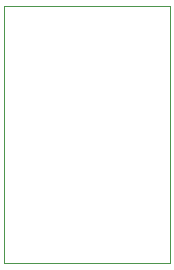
<source format=gbr>
G04 #@! TF.GenerationSoftware,KiCad,Pcbnew,(5.1.0-0)*
G04 #@! TF.CreationDate,2019-08-08T23:34:54-04:00*
G04 #@! TF.ProjectId,Dell Optiplex Front Panel LED Indicator Adapter,44656c6c-204f-4707-9469-706c65782046,rev?*
G04 #@! TF.SameCoordinates,Original*
G04 #@! TF.FileFunction,Profile,NP*
%FSLAX46Y46*%
G04 Gerber Fmt 4.6, Leading zero omitted, Abs format (unit mm)*
G04 Created by KiCad (PCBNEW (5.1.0-0)) date 2019-08-08 23:34:54*
%MOMM*%
%LPD*%
G04 APERTURE LIST*
%ADD10C,0.050000*%
G04 APERTURE END LIST*
D10*
X142500000Y-62750000D02*
X142500000Y-84500000D01*
X156500000Y-62750000D02*
X142500000Y-62750000D01*
X156500000Y-84500000D02*
X156500000Y-62750000D01*
X142500000Y-84500000D02*
X156500000Y-84500000D01*
M02*

</source>
